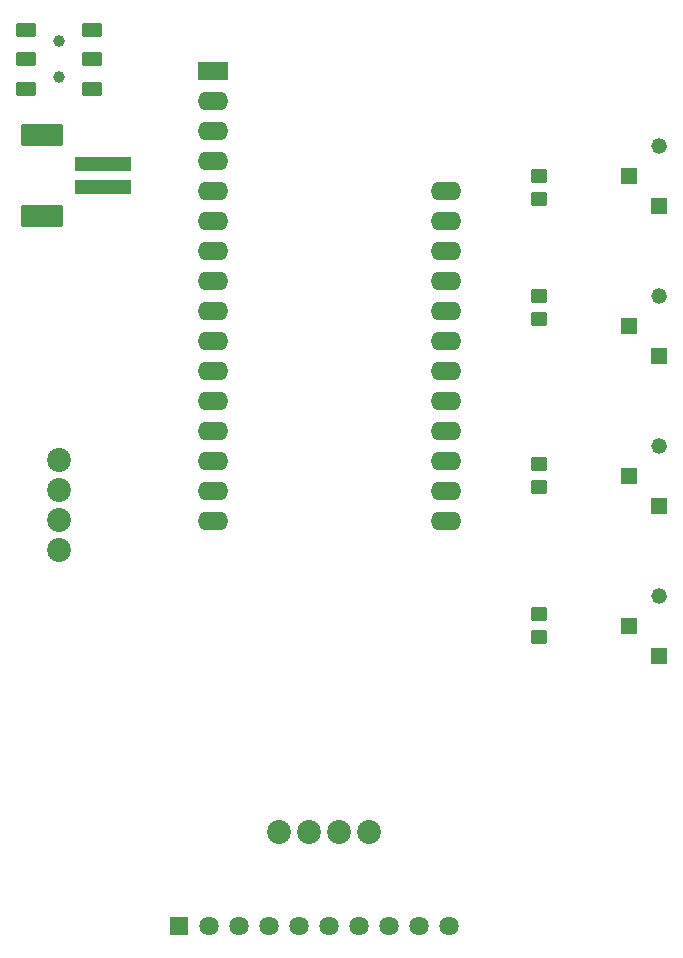
<source format=gbr>
%TF.GenerationSoftware,KiCad,Pcbnew,8.0.5*%
%TF.CreationDate,2024-10-11T15:03:24+01:00*%
%TF.ProjectId,ribboncontroller,72696262-6f6e-4636-9f6e-74726f6c6c65,rev?*%
%TF.SameCoordinates,Original*%
%TF.FileFunction,Soldermask,Top*%
%TF.FilePolarity,Negative*%
%FSLAX46Y46*%
G04 Gerber Fmt 4.6, Leading zero omitted, Abs format (unit mm)*
G04 Created by KiCad (PCBNEW 8.0.5) date 2024-10-11 15:03:24*
%MOMM*%
%LPD*%
G01*
G04 APERTURE LIST*
G04 Aperture macros list*
%AMRoundRect*
0 Rectangle with rounded corners*
0 $1 Rounding radius*
0 $2 $3 $4 $5 $6 $7 $8 $9 X,Y pos of 4 corners*
0 Add a 4 corners polygon primitive as box body*
4,1,4,$2,$3,$4,$5,$6,$7,$8,$9,$2,$3,0*
0 Add four circle primitives for the rounded corners*
1,1,$1+$1,$2,$3*
1,1,$1+$1,$4,$5*
1,1,$1+$1,$6,$7*
1,1,$1+$1,$8,$9*
0 Add four rect primitives between the rounded corners*
20,1,$1+$1,$2,$3,$4,$5,0*
20,1,$1+$1,$4,$5,$6,$7,0*
20,1,$1+$1,$6,$7,$8,$9,0*
20,1,$1+$1,$8,$9,$2,$3,0*%
G04 Aperture macros list end*
%ADD10C,2.020000*%
%ADD11RoundRect,0.250000X-1.050000X-0.550000X1.050000X-0.550000X1.050000X0.550000X-1.050000X0.550000X0*%
%ADD12O,2.600000X1.600000*%
%ADD13RoundRect,0.250000X-0.450000X0.350000X-0.450000X-0.350000X0.450000X-0.350000X0.450000X0.350000X0*%
%ADD14C,1.320800*%
%ADD15R,1.320800X1.320800*%
%ADD16C,1.000000*%
%ADD17RoundRect,0.101600X-0.750000X0.500000X-0.750000X-0.500000X0.750000X-0.500000X0.750000X0.500000X0*%
%ADD18RoundRect,0.101600X2.300000X-0.500000X2.300000X0.500000X-2.300000X0.500000X-2.300000X-0.500000X0*%
%ADD19RoundRect,0.101600X1.700000X0.800000X-1.700000X0.800000X-1.700000X-0.800000X1.700000X-0.800000X0*%
%ADD20R,1.635000X1.635000*%
%ADD21C,1.635000*%
G04 APERTURE END LIST*
D10*
%TO.C,J3*%
X46533134Y-83548351D03*
X43993134Y-83548351D03*
X41453134Y-83548351D03*
X38913134Y-83548351D03*
%TD*%
%TO.C,J2*%
X20320000Y-59620000D03*
X20320000Y-57080000D03*
X20320000Y-54540000D03*
X20320000Y-52000000D03*
%TD*%
D11*
%TO.C,A2*%
X33320000Y-19050000D03*
D12*
X33320000Y-21590000D03*
X33320000Y-24130000D03*
X33320000Y-26670000D03*
X33320000Y-29210000D03*
X33320000Y-31750000D03*
X33320000Y-34290000D03*
X33320000Y-36830000D03*
X33320000Y-39370000D03*
X33320000Y-41910000D03*
X33320000Y-44450000D03*
X33320000Y-46990000D03*
X33320000Y-49530000D03*
X33320000Y-52070000D03*
X33320000Y-54610000D03*
X33320000Y-57150000D03*
X53040000Y-57150000D03*
X53040000Y-54610000D03*
X53040000Y-52070000D03*
X53040000Y-49530000D03*
X53040000Y-46990000D03*
X53040000Y-44450000D03*
X53040000Y-41910000D03*
X53040000Y-39370000D03*
X53040000Y-36830000D03*
X53040000Y-34290000D03*
X53040000Y-31750000D03*
X53040000Y-29210000D03*
%TD*%
D13*
%TO.C,R4*%
X60960000Y-65040000D03*
X60960000Y-67040000D03*
%TD*%
D14*
%TO.C,R8*%
X71120000Y-63500000D03*
D15*
X68580000Y-66040000D03*
X71120000Y-68580000D03*
%TD*%
D16*
%TO.C,SW1*%
X20320000Y-16590000D03*
X20320000Y-19590000D03*
D17*
X23120000Y-15590000D03*
X17520000Y-15590000D03*
X23120000Y-18090000D03*
X17520000Y-18090000D03*
X23120000Y-20590000D03*
X17520000Y-20590000D03*
%TD*%
D14*
%TO.C,R6*%
X71120000Y-38100000D03*
D15*
X68580000Y-40640000D03*
X71120000Y-43180000D03*
%TD*%
D13*
%TO.C,R2*%
X60960000Y-38100000D03*
X60960000Y-40100000D03*
%TD*%
D18*
%TO.C,X1*%
X24020000Y-28940000D03*
X24020000Y-26940000D03*
D19*
X18820000Y-31340000D03*
X18820000Y-24540000D03*
%TD*%
D13*
%TO.C,R3*%
X60960000Y-52340000D03*
X60960000Y-54340000D03*
%TD*%
%TO.C,R1*%
X60960000Y-27940000D03*
X60960000Y-29940000D03*
%TD*%
D14*
%TO.C,R5*%
X71120000Y-25400000D03*
D15*
X68580000Y-27940000D03*
X71120000Y-30480000D03*
%TD*%
D20*
%TO.C,J1*%
X30480000Y-91440000D03*
D21*
X33020000Y-91440000D03*
X35560000Y-91440000D03*
X38100000Y-91440000D03*
X40640000Y-91440000D03*
X43180000Y-91440000D03*
X45720000Y-91440000D03*
X48260000Y-91440000D03*
X50800000Y-91440000D03*
X53340000Y-91440000D03*
%TD*%
D14*
%TO.C,R7*%
X71120000Y-50800000D03*
D15*
X68580000Y-53340000D03*
X71120000Y-55880000D03*
%TD*%
M02*

</source>
